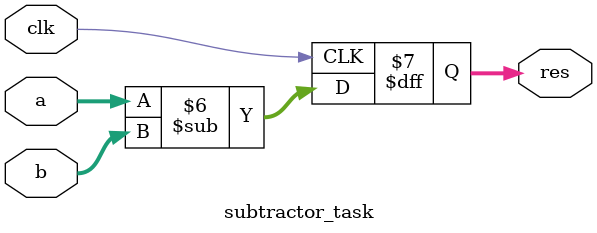
<source format=sv>
module subtractor_task (
    input wire clk,       // 时钟信号
    input wire [7:0] a,   // 被减数
    input wire [7:0] b,   // 减数
    output reg [7:0] res  // 差
);

task perform_sub;
    input [7:0] x, y;
    output reg [7:0] result;
    begin
        result = x - y;
    end
endtask

always @(posedge clk) begin
    perform_sub(a, b, res);
end

endmodule
</source>
